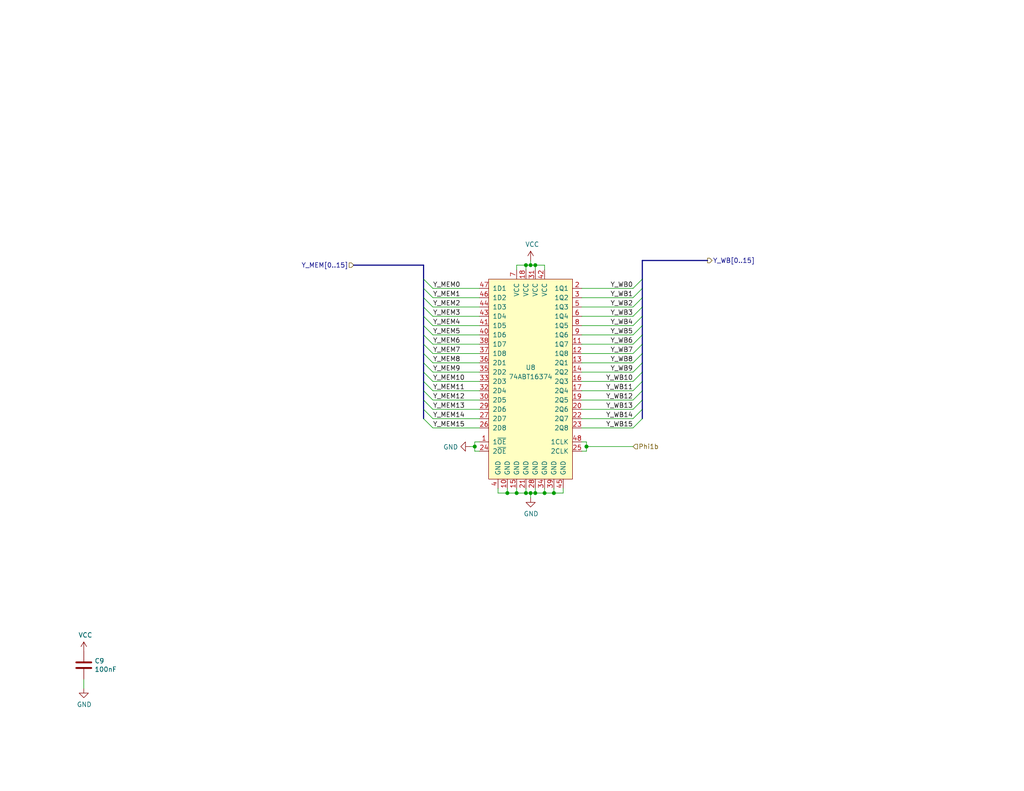
<source format=kicad_sch>
(kicad_sch (version 20230121) (generator eeschema)
  (paper "USLetter")
  (title_block (title "ALU Result Register MEM/WB") (date "2023-04-01") (rev "A"))
  (lib_symbols
    (symbol "74xx (kicad5):74ABT16374" (pin_names (offset 1.016))
      (property "Reference" "U" (at 0 1.27 0))
      (property "Value" "74ABT16374" (at 0 -1.27 0))
      (symbol "74ABT16374_0_0"
        (pin input line (at -13.97 -20.32 0) (length 2.54) (name "1~{OE}") (number "1"))
        (pin power_in line (at -6.35 -33.02 90) (length 2.54) (name "GND") (number "10"))
        (pin tri_state line (at 13.97 6.35 180) (length 2.54) (name "1Q7") (number "11"))
        (pin tri_state line (at 13.97 3.81 180) (length 2.54) (name "1Q8") (number "12"))
        (pin tri_state line (at 13.97 1.27 180) (length 2.54) (name "2Q1") (number "13"))
        (pin tri_state line (at 13.97 -1.27 180) (length 2.54) (name "2Q2") (number "14"))
        (pin power_in line (at -3.81 -33.02 90) (length 2.54) (name "GND") (number "15"))
        (pin tri_state line (at 13.97 -3.81 180) (length 2.54) (name "2Q3") (number "16"))
        (pin tri_state line (at 13.97 -6.35 180) (length 2.54) (name "2Q4") (number "17"))
        (pin power_in line (at -1.27 26.67 270) (length 2.54) (name "VCC") (number "18"))
        (pin tri_state line (at 13.97 -8.89 180) (length 2.54) (name "2Q5") (number "19"))
        (pin tri_state line (at 13.97 21.59 180) (length 2.54) (name "1Q1") (number "2"))
        (pin tri_state line (at 13.97 -11.43 180) (length 2.54) (name "2Q6") (number "20"))
        (pin power_in line (at -1.27 -33.02 90) (length 2.54) (name "GND") (number "21"))
        (pin tri_state line (at 13.97 -13.97 180) (length 2.54) (name "2Q7") (number "22"))
        (pin tri_state line (at 13.97 -16.51 180) (length 2.54) (name "2Q8") (number "23"))
        (pin input line (at -13.97 -22.86 0) (length 2.54) (name "2~{OE}") (number "24"))
        (pin input line (at 13.97 -22.86 180) (length 2.54) (name "2CLK") (number "25"))
        (pin input line (at -13.97 -16.51 0) (length 2.54) (name "2D8") (number "26"))
        (pin input line (at -13.97 -13.97 0) (length 2.54) (name "2D7") (number "27"))
        (pin power_in line (at 1.27 -33.02 90) (length 2.54) (name "GND") (number "28"))
        (pin input line (at -13.97 -11.43 0) (length 2.54) (name "2D6") (number "29"))
        (pin tri_state line (at 13.97 19.05 180) (length 2.54) (name "1Q2") (number "3"))
        (pin input line (at -13.97 -8.89 0) (length 2.54) (name "2D5") (number "30"))
        (pin power_in line (at 1.27 26.67 270) (length 2.54) (name "VCC") (number "31"))
        (pin input line (at -13.97 -6.35 0) (length 2.54) (name "2D4") (number "32"))
        (pin input line (at -13.97 -3.81 0) (length 2.54) (name "2D3") (number "33"))
        (pin power_in line (at 3.81 -33.02 90) (length 2.54) (name "GND") (number "34"))
        (pin input line (at -13.97 -1.27 0) (length 2.54) (name "2D2") (number "35"))
        (pin input line (at -13.97 1.27 0) (length 2.54) (name "2D1") (number "36"))
        (pin input line (at -13.97 3.81 0) (length 2.54) (name "1D8") (number "37"))
        (pin input line (at -13.97 6.35 0) (length 2.54) (name "1D7") (number "38"))
        (pin power_in line (at 6.35 -33.02 90) (length 2.54) (name "GND") (number "39"))
        (pin power_in line (at -8.89 -33.02 90) (length 2.54) (name "GND") (number "4"))
        (pin input line (at -13.97 8.89 0) (length 2.54) (name "1D6") (number "40"))
        (pin input line (at -13.97 11.43 0) (length 2.54) (name "1D5") (number "41"))
        (pin power_in line (at 3.81 26.67 270) (length 2.54) (name "VCC") (number "42"))
        (pin input line (at -13.97 13.97 0) (length 2.54) (name "1D4") (number "43"))
        (pin input line (at -13.97 16.51 0) (length 2.54) (name "1D3") (number "44"))
        (pin power_in line (at 8.89 -33.02 90) (length 2.54) (name "GND") (number "45"))
        (pin input line (at -13.97 19.05 0) (length 2.54) (name "1D2") (number "46"))
        (pin input line (at -13.97 21.59 0) (length 2.54) (name "1D1") (number "47"))
        (pin input line (at 13.97 -20.32 180) (length 2.54) (name "1CLK") (number "48"))
        (pin tri_state line (at 13.97 16.51 180) (length 2.54) (name "1Q3") (number "5"))
        (pin tri_state line (at 13.97 13.97 180) (length 2.54) (name "1Q4") (number "6"))
        (pin power_in line (at -3.81 26.67 270) (length 2.54) (name "VCC") (number "7"))
        (pin tri_state line (at 13.97 11.43 180) (length 2.54) (name "1Q5") (number "8"))
        (pin tri_state line (at 13.97 8.89 180) (length 2.54) (name "1Q6") (number "9"))
      )
      (symbol "74ABT16374_0_1"
        (rectangle (start -11.43 24.13) (end 11.43 -30.48) (fill (type background)))
      )
    )
    (symbol "Device:C" (pin_numbers hide) (pin_names (offset 0.254))
      (property "Reference" "C" (at 0.635 2.54 0))
      (property "Value" "C" (at 0.635 -2.54 0))
      (symbol "C_0_1"
        (polyline (pts (xy -2.032 -0.762) (xy 2.032 -0.762)) (stroke (width 0.508)))
        (polyline (pts (xy -2.032 0.762) (xy 2.032 0.762)) (stroke (width 0.508)))
      )
      (symbol "C_1_1"
        (pin passive line (at 0 3.81 270) (length 2.794) (name "~") (number "1"))
        (pin passive line (at 0 -3.81 90) (length 2.794) (name "~") (number "2"))
      )
    )
    (symbol "power:GND" (power) (pin_names (offset 0))
      (property "Value" "GND" (at 0 -3.81 0))
      (symbol "GND_0_1"
        (polyline (pts (xy 0 0) (xy 0 -1.27) (xy 1.27 -1.27) (xy 0 -2.54) (xy -1.27 -1.27) (xy 0 -1.27)))
      )
      (symbol "GND_1_1"
        (pin power_in line (at 0 0 270) (length 0) hide (name "GND") (number "1"))
      )
    )
    (symbol "power:VCC" (power) (pin_names (offset 0))
      (property "Value" "VCC" (at 0 3.81 0))
      (symbol "VCC_0_1"
        (polyline (pts (xy -0.762 1.27) (xy 0 2.54)))
        (polyline (pts (xy 0 0) (xy 0 2.54)))
        (polyline (pts (xy 0 2.54) (xy 0.762 1.27)))
      )
      (symbol "VCC_1_1"
        (pin power_in line (at 0 0 90) (length 0) hide (name "VCC") (number "1"))
      )
    )
  )
  (junction (at 138.43 134.62))
  (junction (at 143.51 134.62))
  (junction (at 140.97 134.62))
  (junction (at 160.02 121.92))
  (junction (at 146.05 72.39))
  (junction (at 146.05 134.62))
  (junction (at 151.13 134.62))
  (junction (at 144.78 72.39))
  (junction (at 148.59 134.62))
  (junction (at 144.78 134.62))
  (junction (at 129.54 121.92))
  (junction (at 143.51 72.39))
  (bus_entry (at 115.57 114.3) (size 2.54 2.54))
  (bus_entry (at 115.57 109.22) (size 2.54 2.54))
  (bus_entry (at 115.57 93.98) (size 2.54 2.54))
  (bus_entry (at 115.57 81.28) (size 2.54 2.54))
  (bus_entry (at 175.26 111.76) (size -2.54 2.54))
  (bus_entry (at 115.57 104.14) (size 2.54 2.54))
  (bus_entry (at 175.26 114.3) (size -2.54 2.54))
  (bus_entry (at 115.57 78.74) (size 2.54 2.54))
  (bus_entry (at 175.26 106.68) (size -2.54 2.54))
  (bus_entry (at 175.26 109.22) (size -2.54 2.54))
  (bus_entry (at 175.26 96.52) (size -2.54 2.54))
  (bus_entry (at 175.26 78.74) (size -2.54 2.54))
  (bus_entry (at 175.26 91.44) (size -2.54 2.54))
  (bus_entry (at 175.26 88.9) (size -2.54 2.54))
  (bus_entry (at 115.57 88.9) (size 2.54 2.54))
  (bus_entry (at 175.26 83.82) (size -2.54 2.54))
  (bus_entry (at 115.57 86.36) (size 2.54 2.54))
  (bus_entry (at 175.26 76.2) (size -2.54 2.54))
  (bus_entry (at 115.57 83.82) (size 2.54 2.54))
  (bus_entry (at 115.57 76.2) (size 2.54 2.54))
  (bus_entry (at 175.26 86.36) (size -2.54 2.54))
  (bus_entry (at 175.26 81.28) (size -2.54 2.54))
  (bus_entry (at 175.26 101.6) (size -2.54 2.54))
  (bus_entry (at 175.26 104.14) (size -2.54 2.54))
  (bus_entry (at 115.57 96.52) (size 2.54 2.54))
  (bus_entry (at 175.26 93.98) (size -2.54 2.54))
  (bus_entry (at 115.57 91.44) (size 2.54 2.54))
  (bus_entry (at 115.57 106.68) (size 2.54 2.54))
  (bus_entry (at 115.57 101.6) (size 2.54 2.54))
  (bus_entry (at 115.57 99.06) (size 2.54 2.54))
  (bus_entry (at 115.57 111.76) (size 2.54 2.54))
  (bus_entry (at 175.26 99.06) (size -2.54 2.54))
  (wire (pts (xy 118.11 88.9) (xy 130.81 88.9)))
  (wire (pts (xy 118.11 86.36) (xy 130.81 86.36)))
  (wire (pts (xy 160.02 121.92) (xy 160.02 123.19)))
  (bus (pts (xy 115.57 78.74) (xy 115.57 81.28)))
  (wire (pts (xy 129.54 121.92) (xy 129.54 123.19)))
  (wire (pts (xy 172.72 111.76) (xy 158.75 111.76)))
  (wire (pts (xy 153.67 134.62) (xy 153.67 133.35)))
  (wire (pts (xy 138.43 134.62) (xy 140.97 134.62)))
  (bus (pts (xy 115.57 93.98) (xy 115.57 96.52)))
  (bus (pts (xy 115.57 88.9) (xy 115.57 91.44)))
  (bus (pts (xy 115.57 86.36) (xy 115.57 88.9)))
  (wire (pts (xy 143.51 133.35) (xy 143.51 134.62)))
  (bus (pts (xy 115.57 106.68) (xy 115.57 109.22)))
  (wire (pts (xy 129.54 121.92) (xy 128.27 121.92)))
  (wire (pts (xy 160.02 120.65) (xy 160.02 121.92)))
  (wire (pts (xy 172.72 88.9) (xy 158.75 88.9)))
  (wire (pts (xy 172.72 101.6) (xy 158.75 101.6)))
  (wire (pts (xy 140.97 133.35) (xy 140.97 134.62)))
  (wire (pts (xy 148.59 72.39) (xy 148.59 73.66)))
  (wire (pts (xy 172.72 83.82) (xy 158.75 83.82)))
  (wire (pts (xy 144.78 71.12) (xy 144.78 72.39)))
  (bus (pts (xy 175.26 78.74) (xy 175.26 81.28)))
  (bus (pts (xy 115.57 76.2) (xy 115.57 78.74)))
  (wire (pts (xy 143.51 134.62) (xy 144.78 134.62)))
  (bus (pts (xy 175.26 91.44) (xy 175.26 93.98)))
  (wire (pts (xy 172.72 104.14) (xy 158.75 104.14)))
  (wire (pts (xy 148.59 133.35) (xy 148.59 134.62)))
  (bus (pts (xy 115.57 101.6) (xy 115.57 104.14)))
  (wire (pts (xy 138.43 133.35) (xy 138.43 134.62)))
  (bus (pts (xy 96.52 72.39) (xy 115.57 72.39)))
  (bus (pts (xy 175.26 71.12) (xy 175.26 76.2)))
  (wire (pts (xy 118.11 96.52) (xy 130.81 96.52)))
  (wire (pts (xy 172.72 99.06) (xy 158.75 99.06)))
  (wire (pts (xy 135.89 134.62) (xy 138.43 134.62)))
  (bus (pts (xy 175.26 81.28) (xy 175.26 83.82)))
  (wire (pts (xy 118.11 106.68) (xy 130.81 106.68)))
  (wire (pts (xy 118.11 104.14) (xy 130.81 104.14)))
  (bus (pts (xy 175.26 88.9) (xy 175.26 91.44)))
  (wire (pts (xy 118.11 111.76) (xy 130.81 111.76)))
  (bus (pts (xy 175.26 99.06) (xy 175.26 101.6)))
  (wire (pts (xy 118.11 101.6) (xy 130.81 101.6)))
  (wire (pts (xy 172.72 93.98) (xy 158.75 93.98)))
  (wire (pts (xy 146.05 133.35) (xy 146.05 134.62)))
  (wire (pts (xy 172.72 116.84) (xy 158.75 116.84)))
  (wire (pts (xy 140.97 72.39) (xy 143.51 72.39)))
  (wire (pts (xy 172.72 81.28) (xy 158.75 81.28)))
  (bus (pts (xy 193.04 71.12) (xy 175.26 71.12)))
  (wire (pts (xy 172.72 109.22) (xy 158.75 109.22)))
  (wire (pts (xy 172.72 86.36) (xy 158.75 86.36)))
  (wire (pts (xy 151.13 134.62) (xy 153.67 134.62)))
  (wire (pts (xy 172.72 96.52) (xy 158.75 96.52)))
  (wire (pts (xy 143.51 73.66) (xy 143.51 72.39)))
  (bus (pts (xy 115.57 91.44) (xy 115.57 93.98)))
  (wire (pts (xy 118.11 93.98) (xy 130.81 93.98)))
  (wire (pts (xy 146.05 72.39) (xy 148.59 72.39)))
  (bus (pts (xy 115.57 104.14) (xy 115.57 106.68)))
  (wire (pts (xy 172.72 114.3) (xy 158.75 114.3)))
  (wire (pts (xy 118.11 114.3) (xy 130.81 114.3)))
  (wire (pts (xy 172.72 106.68) (xy 158.75 106.68)))
  (bus (pts (xy 175.26 83.82) (xy 175.26 86.36)))
  (bus (pts (xy 115.57 96.52) (xy 115.57 99.06)))
  (wire (pts (xy 146.05 134.62) (xy 148.59 134.62)))
  (wire (pts (xy 146.05 73.66) (xy 146.05 72.39)))
  (wire (pts (xy 160.02 123.19) (xy 158.75 123.19)))
  (wire (pts (xy 140.97 134.62) (xy 143.51 134.62)))
  (bus (pts (xy 175.26 86.36) (xy 175.26 88.9)))
  (wire (pts (xy 129.54 120.65) (xy 129.54 121.92)))
  (wire (pts (xy 118.11 81.28) (xy 130.81 81.28)))
  (wire (pts (xy 118.11 91.44) (xy 130.81 91.44)))
  (wire (pts (xy 144.78 72.39) (xy 146.05 72.39)))
  (wire (pts (xy 140.97 73.66) (xy 140.97 72.39)))
  (bus (pts (xy 175.26 104.14) (xy 175.26 106.68)))
  (wire (pts (xy 151.13 133.35) (xy 151.13 134.62)))
  (wire (pts (xy 172.72 91.44) (xy 158.75 91.44)))
  (bus (pts (xy 115.57 99.06) (xy 115.57 101.6)))
  (wire (pts (xy 160.02 121.92) (xy 172.72 121.92)))
  (wire (pts (xy 135.89 133.35) (xy 135.89 134.62)))
  (bus (pts (xy 175.26 106.68) (xy 175.26 109.22)))
  (bus (pts (xy 175.26 101.6) (xy 175.26 104.14)))
  (wire (pts (xy 143.51 72.39) (xy 144.78 72.39)))
  (wire (pts (xy 118.11 109.22) (xy 130.81 109.22)))
  (wire (pts (xy 144.78 134.62) (xy 146.05 134.62)))
  (wire (pts (xy 118.11 116.84) (xy 130.81 116.84)))
  (wire (pts (xy 144.78 134.62) (xy 144.78 135.89)))
  (bus (pts (xy 115.57 109.22) (xy 115.57 111.76)))
  (bus (pts (xy 175.26 93.98) (xy 175.26 96.52)))
  (wire (pts (xy 130.81 120.65) (xy 129.54 120.65)))
  (bus (pts (xy 175.26 111.76) (xy 175.26 114.3)))
  (bus (pts (xy 115.57 81.28) (xy 115.57 83.82)))
  (wire (pts (xy 172.72 78.74) (xy 158.75 78.74)))
  (bus (pts (xy 115.57 72.39) (xy 115.57 76.2)))
  (wire (pts (xy 118.11 83.82) (xy 130.81 83.82)))
  (wire (pts (xy 129.54 123.19) (xy 130.81 123.19)))
  (bus (pts (xy 115.57 111.76) (xy 115.57 114.3)))
  (wire (pts (xy 22.86 187.96) (xy 22.86 185.42)))
  (bus (pts (xy 115.57 83.82) (xy 115.57 86.36)))
  (bus (pts (xy 175.26 96.52) (xy 175.26 99.06)))
  (bus (pts (xy 175.26 109.22) (xy 175.26 111.76)))
  (wire (pts (xy 118.11 78.74) (xy 130.81 78.74)))
  (wire (pts (xy 118.11 99.06) (xy 130.81 99.06)))
  (bus (pts (xy 175.26 76.2) (xy 175.26 78.74)))
  (wire (pts (xy 148.59 134.62) (xy 151.13 134.62)))
  (wire (pts (xy 158.75 120.65) (xy 160.02 120.65)))
  (label "Y_WB9" (at 172.72 101.6 180))
  (label "Y_WB14" (at 172.72 114.3 180))
  (label "Y_WB7" (at 172.72 96.52 180))
  (label "Y_WB4" (at 172.72 88.9 180))
  (label "Y_WB10" (at 172.72 104.14 180))
  (label "Y_MEM13" (at 118.11 111.76 0))
  (label "Y_MEM4" (at 118.11 88.9 0))
  (label "Y_WB12" (at 172.72 109.22 180))
  (label "Y_WB0" (at 172.72 78.74 180))
  (label "Y_MEM8" (at 118.11 99.06 0))
  (label "Y_MEM7" (at 118.11 96.52 0))
  (label "Y_WB13" (at 172.72 111.76 180))
  (label "Y_WB6" (at 172.72 93.98 180))
  (label "Y_MEM15" (at 118.11 116.84 0))
  (label "Y_MEM5" (at 118.11 91.44 0))
  (label "Y_WB8" (at 172.72 99.06 180))
  (label "Y_WB3" (at 172.72 86.36 180))
  (label "Y_MEM2" (at 118.11 83.82 0))
  (label "Y_MEM9" (at 118.11 101.6 0))
  (label "Y_MEM14" (at 118.11 114.3 0))
  (label "Y_WB15" (at 172.72 116.84 180))
  (label "Y_MEM10" (at 118.11 104.14 0))
  (label "Y_WB5" (at 172.72 91.44 180))
  (label "Y_MEM12" (at 118.11 109.22 0))
  (label "Y_MEM6" (at 118.11 93.98 0))
  (label "Y_WB1" (at 172.72 81.28 180))
  (label "Y_MEM11" (at 118.11 106.68 0))
  (label "Y_WB11" (at 172.72 106.68 180))
  (label "Y_MEM0" (at 118.11 78.74 0))
  (label "Y_MEM1" (at 118.11 81.28 0))
  (label "Y_WB2" (at 172.72 83.82 180))
  (label "Y_MEM3" (at 118.11 86.36 0))
  (hierarchical_label "Y_MEM[0..15]" (shape input) (at 96.52 72.39 180))
  (hierarchical_label "Phi1b" (shape input) (at 172.72 121.92 0))
  (hierarchical_label "Y_WB[0..15]" (shape output) (at 193.04 71.12 0))
  (symbol (lib_id "Device:C") (at 22.86 181.61 0) (unit 1)
    (property "Reference" "C9" (at 25.781 180.4416 0) (effects (justify left)))
    (property "Value" "100nF" (at 25.781 182.753 0) (effects (justify left)))
    (property "Footprint" "Capacitor_SMD:C_0603_1608Metric_Pad1.08x0.95mm_HandSolder" (effects hide))
    (property "Mouser" "https://www.mouser.com/ProductDetail/963-EMK107B7104KAHT" (effects hide))
  )
  (symbol (lib_id "power:VCC") (at 22.86 177.8 0) (unit 1)
    (property "Reference" "#PWR0107" (effects hide))
    (property "Value" "VCC" (at 23.2918 173.4058 0))
  )
  (symbol (lib_id "power:GND") (at 22.86 187.96 0) (unit 1)
    (property "Reference" "#PWR0108" (effects hide))
    (property "Value" "GND" (at 22.987 192.3542 0))
  )
  (symbol (lib_id "power:GND") (at 128.27 121.92 270) (unit 1)
    (property "Reference" "#PWR0109" (effects hide))
    (property "Value" "GND" (at 125.0188 122.047 90) (effects (justify right)))
  )
  (symbol (lib_id "power:VCC") (at 144.78 71.12 0) (unit 1)
    (property "Reference" "#PWR0110" (effects hide))
    (property "Value" "VCC" (at 145.2118 66.7258 0))
  )
  (symbol (lib_id "power:GND") (at 144.78 135.89 0) (unit 1)
    (property "Reference" "#PWR0111" (effects hide))
    (property "Value" "GND" (at 144.907 140.2842 0))
  )
  (symbol (lib_id "74xx (kicad5):74ABT16374") (at 144.78 100.33 0) (unit 1)
    (property "Reference" "U8" (at 144.78 100.33 0))
    (property "Value" "74ABT16374" (at 144.78 102.87 0))
    (property "Footprint" "Package_SO:TSSOP-48_8x12.5mm_P0.5mm" (effects hide))
    (property "Datasheet" "https://www.ti.com/lit/ds/symlink/sn74abt16374a.pdf?HQS=dis-mous-null-mousermode-dsf-pf-null-wwe&ts=1617318801237" (effects hide))
    (property "Mouser" "https://www.mouser.com/ProductDetail/Texas-Instruments/SN74ABT16374ADGGR?qs=%2Fha2pyFadui8Wf%2F61v2joCyY9bOa3peBR5btn0VUHs8%3D" (effects hide))
  )
)
</source>
